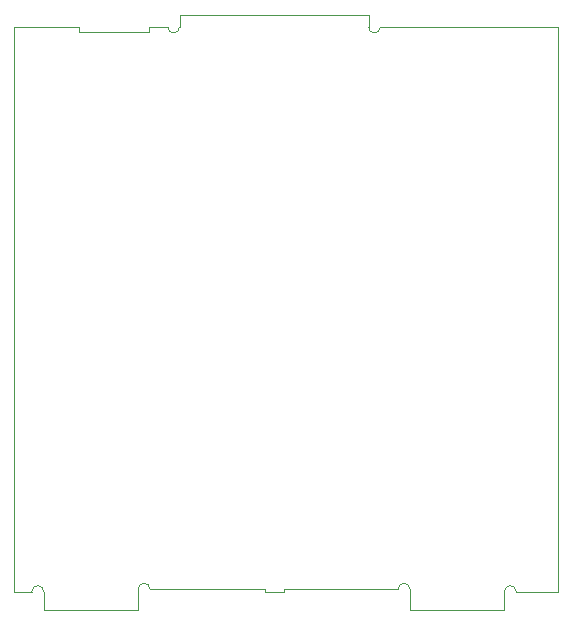
<source format=gm1>
%TF.GenerationSoftware,KiCad,Pcbnew,7.0.2*%
%TF.CreationDate,2023-07-30T22:14:57-04:00*%
%TF.ProjectId,ExternalFaces,45787465-726e-4616-9c46-616365732e6b,rev?*%
%TF.SameCoordinates,Original*%
%TF.FileFunction,Profile,NP*%
%FSLAX46Y46*%
G04 Gerber Fmt 4.6, Leading zero omitted, Abs format (unit mm)*
G04 Created by KiCad (PCBNEW 7.0.2) date 2023-07-30 22:14:57*
%MOMM*%
%LPD*%
G01*
G04 APERTURE LIST*
%TA.AperFunction,Profile*%
%ADD10C,0.100000*%
%TD*%
%TA.AperFunction,Profile*%
%ADD11C,0.050000*%
%TD*%
G04 APERTURE END LIST*
D10*
X106500000Y-72800000D02*
X112020000Y-72800000D01*
X136500000Y-71800000D02*
X120500000Y-71800000D01*
X106500000Y-120600000D02*
X106500000Y-72800000D01*
D11*
X112020000Y-73190000D02*
X112020000Y-72800000D01*
D10*
X117000000Y-120400000D02*
X117000000Y-120600000D01*
D11*
X117910000Y-72800000D02*
X117910000Y-73190000D01*
D10*
X136500000Y-72800000D02*
X136500000Y-71800000D01*
X120500000Y-71800000D02*
X120500000Y-72800000D01*
X149000000Y-120600000D02*
G75*
G03*
X148000000Y-120600000I-500000J0D01*
G01*
X140000000Y-120600000D02*
X140000000Y-122200000D01*
D11*
X117910000Y-73190000D02*
X112020000Y-73190000D01*
D10*
X117000000Y-122200000D02*
X109000000Y-122200000D01*
X139500000Y-72800000D02*
X137500000Y-72800000D01*
X149000000Y-120600000D02*
X150500000Y-120600000D01*
X109000000Y-120600000D02*
G75*
G03*
X108000000Y-120600000I-500000J0D01*
G01*
X140000000Y-120400000D02*
G75*
G03*
X139000000Y-120400000I-500000J0D01*
G01*
X129300000Y-120400000D02*
X129300000Y-120600000D01*
D11*
X118510000Y-72800000D02*
X117910000Y-72800000D01*
D10*
X127700000Y-120400000D02*
X127700000Y-120600000D01*
X117000000Y-120600000D02*
X117000000Y-122200000D01*
X119500000Y-72800000D02*
G75*
G03*
X120500000Y-72800000I500000J0D01*
G01*
X150500000Y-120600000D02*
X152500000Y-120600000D01*
X127700000Y-120400000D02*
X118000000Y-120400000D01*
X148000000Y-122200000D02*
X148000000Y-120600000D01*
X109000000Y-122200000D02*
X109000000Y-120600000D01*
X152500000Y-72800000D02*
X152500000Y-120600000D01*
X108000000Y-120600000D02*
X106500000Y-120600000D01*
X118000000Y-120400000D02*
G75*
G03*
X117000000Y-120400000I-500000J0D01*
G01*
D11*
X119500000Y-72800000D02*
X118510000Y-72800000D01*
D10*
X136500000Y-72800000D02*
G75*
G03*
X137500000Y-72800000I500000J0D01*
G01*
X129300000Y-120600000D02*
X127700000Y-120600000D01*
X140000000Y-122200000D02*
X148000000Y-122200000D01*
X140000000Y-120400000D02*
X140000000Y-120600000D01*
X139000000Y-120400000D02*
X129300000Y-120400000D01*
X152500000Y-72800000D02*
X139500000Y-72800000D01*
M02*

</source>
